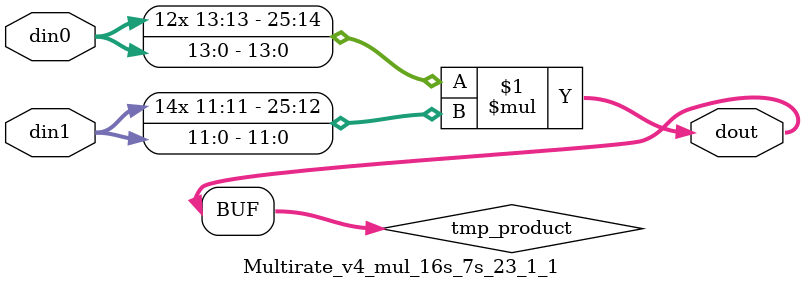
<source format=v>

`timescale 1 ns / 1 ps

 module Multirate_v4_mul_16s_7s_23_1_1(din0, din1, dout);
parameter ID = 1;
parameter NUM_STAGE = 0;
parameter din0_WIDTH = 14;
parameter din1_WIDTH = 12;
parameter dout_WIDTH = 26;

input [din0_WIDTH - 1 : 0] din0; 
input [din1_WIDTH - 1 : 0] din1; 
output [dout_WIDTH - 1 : 0] dout;

wire signed [dout_WIDTH - 1 : 0] tmp_product;



























assign tmp_product = $signed(din0) * $signed(din1);








assign dout = tmp_product;





















endmodule

</source>
